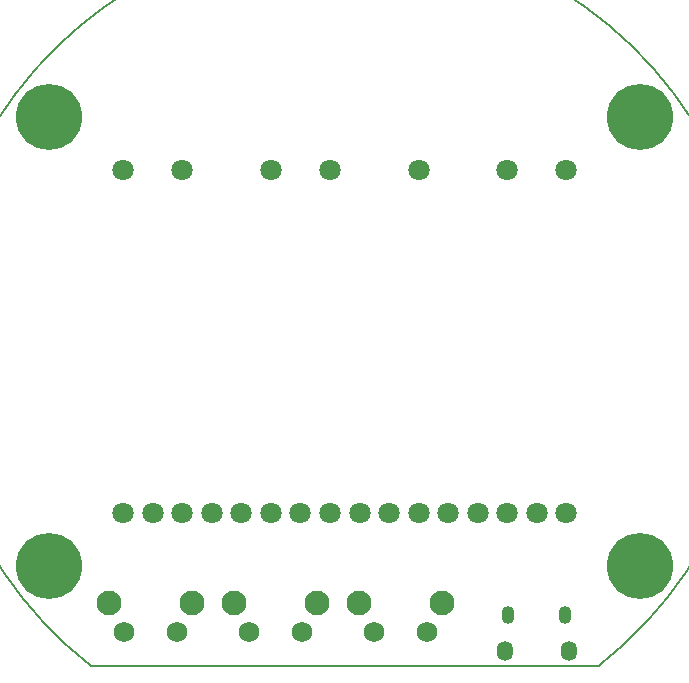
<source format=gbs>
G04 #@! TF.GenerationSoftware,KiCad,Pcbnew,7.0.7-7.0.7~ubuntu22.04.1*
G04 #@! TF.CreationDate,2023-10-29T13:36:20+01:00*
G04 #@! TF.ProjectId,vfd1,76666431-2e6b-4696-9361-645f70636258,rev?*
G04 #@! TF.SameCoordinates,Original*
G04 #@! TF.FileFunction,Soldermask,Bot*
G04 #@! TF.FilePolarity,Negative*
%FSLAX46Y46*%
G04 Gerber Fmt 4.6, Leading zero omitted, Abs format (unit mm)*
G04 Created by KiCad (PCBNEW 7.0.7-7.0.7~ubuntu22.04.1) date 2023-10-29 13:36:20*
%MOMM*%
%LPD*%
G01*
G04 APERTURE LIST*
%ADD10C,2.100000*%
%ADD11C,1.750000*%
%ADD12C,5.600000*%
%ADD13O,1.350000X1.700000*%
%ADD14O,1.100000X1.500000*%
%ADD15C,1.800000*%
G04 #@! TA.AperFunction,Profile*
%ADD16C,0.150000*%
G04 #@! TD*
G04 APERTURE END LIST*
D10*
X197250000Y-93110000D03*
X190240000Y-93110000D03*
D11*
X196000000Y-95600000D03*
X191500000Y-95600000D03*
D12*
X164000000Y-52000000D03*
X214000000Y-90000000D03*
D10*
X176050000Y-93110000D03*
X169040000Y-93110000D03*
D11*
X174800000Y-95600000D03*
X170300000Y-95600000D03*
D13*
X202535000Y-97175000D03*
D14*
X202845000Y-94175000D03*
X207685000Y-94175000D03*
D13*
X207995000Y-97175000D03*
D10*
X186650000Y-93110000D03*
X179640000Y-93110000D03*
D11*
X185400000Y-95600000D03*
X180900000Y-95600000D03*
D12*
X214000000Y-52000000D03*
X164000000Y-90000000D03*
D15*
X207750000Y-85500000D03*
X205250000Y-85500000D03*
X202750000Y-85500000D03*
X200250000Y-85500000D03*
X197750000Y-85500000D03*
X195250000Y-85500000D03*
X192750000Y-85500000D03*
X190250000Y-85500000D03*
X187750000Y-85500000D03*
X185250000Y-85500000D03*
X182750000Y-85500000D03*
X180250000Y-85500000D03*
X177750000Y-85500000D03*
X175250000Y-85500000D03*
X172750000Y-85500000D03*
X170250000Y-85500000D03*
X170250000Y-56500000D03*
X175250000Y-56500000D03*
X182750000Y-56500000D03*
X187750000Y-56500000D03*
X195250000Y-56500000D03*
X202750000Y-56500000D03*
X207750000Y-56500000D03*
D16*
X210502311Y-98461865D02*
G75*
G03*
X167509630Y-98471210I-21502311J27461865D01*
G01*
X210502311Y-98461866D02*
X167509629Y-98471211D01*
M02*

</source>
